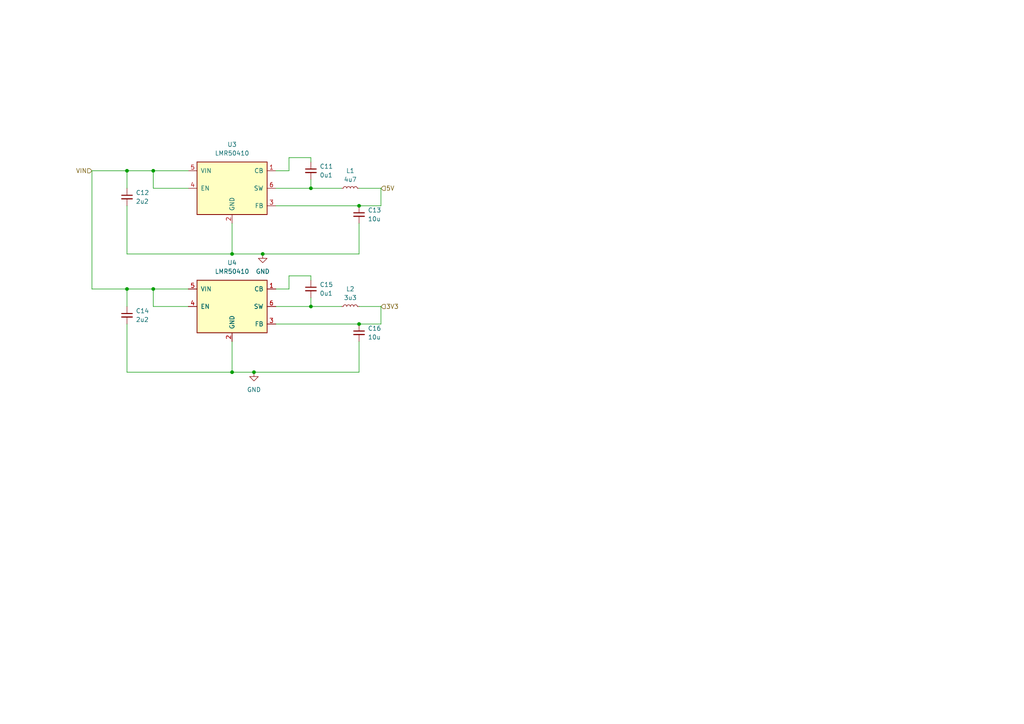
<source format=kicad_sch>
(kicad_sch (version 20250114) (generator "eeschema") (generator_version "9.0")
  (paper "A4")
  (lib_symbols
    (symbol "Device:C_Small" (pin_numbers (hide yes)) (pin_names (offset 0.254) (hide yes))
      (property "Reference" "C" (at 0.254 1.778 0))
      (property "Value" "C_Small" (at 0.254 -2.032 0))
      (symbol "C_Small_0_1"
        (polyline (pts (xy -1.524 0.508) (xy 1.524 0.508)) (stroke (width 0.3048)))
        (polyline (pts (xy -1.524 -0.508) (xy 1.524 -0.508)) (stroke (width 0.3302)))
      )
      (symbol "C_Small_1_1"
        (pin passive line (at 0 2.54 270) (length 2.032) (name "~") (number "1"))
        (pin passive line (at 0 -2.54 90) (length 2.032) (name "~") (number "2"))
      )
    )
    (symbol "Device:L_Small" (pin_numbers (hide yes)) (pin_names (offset 0.254) (hide yes))
      (property "Reference" "L" (at 0.762 1.016 0))
      (property "Value" "L_Small" (at 0.762 -1.016 0))
      (symbol "L_Small_0_1"
        (arc (start 0 2.032) (mid 0.5058 1.524) (end 0 1.016))
        (arc (start 0 1.016) (mid 0.5058 0.508) (end 0 0))
        (arc (start 0 0) (mid 0.5058 -0.508) (end 0 -1.016))
        (arc (start 0 -1.016) (mid 0.5058 -1.524) (end 0 -2.032))
      )
      (symbol "L_Small_1_1"
        (pin passive line (at 0 2.54 270) (length 0.508) (name "~") (number "1"))
        (pin passive line (at 0 -2.54 90) (length 0.508) (name "~") (number "2"))
      )
    )
    (symbol "Regulator_Switching:LMR50410" (pin_names (offset 1.016))
      (property "Reference" "U" (at -10.16 11.43 0))
      (property "Value" "LMR50410" (at -10.16 8.89 0))
      (symbol "LMR50410_0_1"
        (rectangle (start -10.16 7.62) (end 10.16 -7.62) (stroke (width 0.254)) (fill (type background)))
      )
      (symbol "LMR50410_1_1"
        (pin power_in line (at -12.7 5.08 0) (length 2.54) (name "VIN") (number "5"))
        (pin input line (at -12.7 0 0) (length 2.54) (name "EN") (number "4"))
        (pin power_in line (at 0 -10.16 90) (length 2.54) (name "GND") (number "2"))
        (pin input line (at 12.7 5.08 180) (length 2.54) (name "CB") (number "1"))
        (pin output line (at 12.7 0 180) (length 2.54) (name "SW") (number "6"))
        (pin input line (at 12.7 -5.08 180) (length 2.54) (name "FB") (number "3"))
      )
    )
    (symbol "power:GND" (power) (pin_numbers (hide yes)) (pin_names (offset 0) (hide yes))
      (property "Value" "GND" (at 0 -3.81 0))
      (symbol "GND_0_1"
        (polyline (pts (xy 0 0) (xy 0 -1.27) (xy 1.27 -1.27) (xy 0 -2.54) (xy -1.27 -1.27) (xy 0 -1.27)))
      )
      (symbol "GND_1_1"
        (pin power_in line (at 0 0 270) (length 0) (name "~") (number "1"))
      )
    )
  )
  (junction (at 90.17 88.9))
  (junction (at 90.17 54.61))
  (junction (at 36.83 49.53))
  (junction (at 44.45 49.53))
  (junction (at 104.14 59.69))
  (junction (at 67.31 73.66))
  (junction (at 104.14 93.98))
  (junction (at 67.31 107.95))
  (junction (at 44.45 83.82))
  (junction (at 76.2 73.66))
  (junction (at 36.83 83.82))
  (junction (at 73.66 107.95))
  (wire (pts (xy 90.17 45.72) (xy 90.17 46.99)))
  (wire (pts (xy 26.67 49.53) (xy 26.67 83.82)))
  (wire (pts (xy 36.83 59.69) (xy 36.83 73.66)))
  (wire (pts (xy 80.01 88.9) (xy 90.17 88.9)))
  (wire (pts (xy 26.67 49.53) (xy 36.83 49.53)))
  (wire (pts (xy 90.17 86.36) (xy 90.17 88.9)))
  (wire (pts (xy 44.45 83.82) (xy 54.61 83.82)))
  (wire (pts (xy 44.45 49.53) (xy 54.61 49.53)))
  (wire (pts (xy 83.82 80.01) (xy 90.17 80.01)))
  (wire (pts (xy 110.49 54.61) (xy 110.49 59.69)))
  (wire (pts (xy 67.31 107.95) (xy 67.31 99.06)))
  (wire (pts (xy 80.01 59.69) (xy 104.14 59.69)))
  (wire (pts (xy 36.83 49.53) (xy 44.45 49.53)))
  (wire (pts (xy 104.14 88.9) (xy 110.49 88.9)))
  (wire (pts (xy 80.01 49.53) (xy 83.82 49.53)))
  (wire (pts (xy 104.14 59.69) (xy 110.49 59.69)))
  (wire (pts (xy 36.83 93.98) (xy 36.83 107.95)))
  (wire (pts (xy 80.01 93.98) (xy 104.14 93.98)))
  (wire (pts (xy 36.83 88.9) (xy 36.83 83.82)))
  (wire (pts (xy 54.61 54.61) (xy 44.45 54.61)))
  (wire (pts (xy 80.01 54.61) (xy 90.17 54.61)))
  (wire (pts (xy 83.82 83.82) (xy 83.82 80.01)))
  (wire (pts (xy 104.14 99.06) (xy 104.14 107.95)))
  (wire (pts (xy 90.17 54.61) (xy 99.06 54.61)))
  (wire (pts (xy 54.61 88.9) (xy 44.45 88.9)))
  (wire (pts (xy 76.2 73.66) (xy 104.14 73.66)))
  (wire (pts (xy 110.49 88.9) (xy 110.49 93.98)))
  (wire (pts (xy 67.31 73.66) (xy 76.2 73.66)))
  (wire (pts (xy 80.01 83.82) (xy 83.82 83.82)))
  (wire (pts (xy 36.83 54.61) (xy 36.83 49.53)))
  (wire (pts (xy 44.45 88.9) (xy 44.45 83.82)))
  (wire (pts (xy 83.82 49.53) (xy 83.82 45.72)))
  (wire (pts (xy 36.83 73.66) (xy 67.31 73.66)))
  (wire (pts (xy 44.45 54.61) (xy 44.45 49.53)))
  (wire (pts (xy 36.83 83.82) (xy 44.45 83.82)))
  (wire (pts (xy 104.14 64.77) (xy 104.14 73.66)))
  (wire (pts (xy 90.17 52.07) (xy 90.17 54.61)))
  (wire (pts (xy 90.17 80.01) (xy 90.17 81.28)))
  (wire (pts (xy 73.66 107.95) (xy 104.14 107.95)))
  (wire (pts (xy 90.17 88.9) (xy 99.06 88.9)))
  (wire (pts (xy 104.14 54.61) (xy 110.49 54.61)))
  (wire (pts (xy 26.67 83.82) (xy 36.83 83.82)))
  (wire (pts (xy 36.83 107.95) (xy 67.31 107.95)))
  (wire (pts (xy 83.82 45.72) (xy 90.17 45.72)))
  (wire (pts (xy 67.31 107.95) (xy 73.66 107.95)))
  (wire (pts (xy 104.14 93.98) (xy 110.49 93.98)))
  (wire (pts (xy 67.31 73.66) (xy 67.31 64.77)))
  (hierarchical_label "VIN" (shape input) (at 26.67 49.53 180))
  (hierarchical_label "3V3" (shape input) (at 110.49 88.9 0))
  (hierarchical_label "5V" (shape input) (at 110.49 54.61 0))
  (symbol (lib_id "Regulator_Switching:LMR50410") (at 67.31 54.61 0) (unit 1)
    (property "Reference" "U3" (at 67.31 41.91 0))
    (property "Value" "LMR50410" (at 67.31 44.45 0))
    (property "Footprint" "Package_TO_SOT_SMD:SOT-23-6" (effects (hide yes)))
    (property "Datasheet" "http://www.ti.com/lit/ds/symlink/lmr50410.pdf" (effects (hide yes)))
    (property "Description" "Simple Switcher Buck Regulator, Vin=4-36V, Iout=1A, Adjustable output voltage, SOT-23-6 package" (effects (hide yes)))
  )
  (symbol (lib_id "power:GND") (at 73.66 107.95 0) (unit 1)
    (property "Reference" "#PWR010" (effects (hide yes)))
    (property "Value" "GND" (at 73.66 113.03 0))
    (property "Description" "Power symbol creates a global label with name \"GND\" , ground" (effects (hide yes)))
  )
  (symbol (lib_id "Device:C_Small") (at 90.17 83.82 0) (unit 1)
    (property "Reference" "C15" (at 92.71 82.5562 0) (effects (justify left)))
    (property "Value" "0u1" (at 92.71 85.0962 0) (effects (justify left)))
    (property "Footprint" "Capacitor_SMD:C_0603_1608Metric_Pad1.08x0.95mm_HandSolder" (effects (hide yes)))
    (property "Description" "Unpolarized capacitor, small symbol" (effects (hide yes)))
  )
  (symbol (lib_id "power:GND") (at 76.2 73.66 0) (unit 1)
    (property "Reference" "#PWR09" (effects (hide yes)))
    (property "Value" "GND" (at 76.2 78.74 0))
    (property "Description" "Power symbol creates a global label with name \"GND\" , ground" (effects (hide yes)))
  )
  (symbol (lib_id "Device:C_Small") (at 36.83 91.44 0) (unit 1)
    (property "Reference" "C14" (at 39.37 90.1762 0) (effects (justify left)))
    (property "Value" "2u2" (at 39.37 92.7162 0) (effects (justify left)))
    (property "Footprint" "Capacitor_SMD:C_0603_1608Metric_Pad1.08x0.95mm_HandSolder" (effects (hide yes)))
    (property "Description" "Unpolarized capacitor, small symbol" (effects (hide yes)))
  )
  (symbol (lib_id "Device:L_Small") (at 101.6 54.61 90) (unit 1)
    (property "Reference" "L1" (at 101.6 49.53 90))
    (property "Value" "4u7" (at 101.6 52.07 90))
    (property "Footprint" "Inductor_SMD:L_0603_1608Metric_Pad1.05x0.95mm_HandSolder" (effects (hide yes)))
    (property "Description" "Inductor, small symbol" (effects (hide yes)))
  )
  (symbol (lib_id "Device:C_Small") (at 90.17 49.53 0) (unit 1)
    (property "Reference" "C11" (at 92.71 48.2662 0) (effects (justify left)))
    (property "Value" "0u1" (at 92.71 50.8062 0) (effects (justify left)))
    (property "Footprint" "Capacitor_SMD:C_0603_1608Metric_Pad1.08x0.95mm_HandSolder" (effects (hide yes)))
    (property "Description" "Unpolarized capacitor, small symbol" (effects (hide yes)))
  )
  (symbol (lib_id "Device:C_Small") (at 104.14 62.23 0) (unit 1)
    (property "Reference" "C13" (at 106.68 60.9662 0) (effects (justify left)))
    (property "Value" "10u" (at 106.68 63.5062 0) (effects (justify left)))
    (property "Footprint" "Capacitor_SMD:C_0603_1608Metric_Pad1.08x0.95mm_HandSolder" (effects (hide yes)))
    (property "Description" "Unpolarized capacitor, small symbol" (effects (hide yes)))
  )
  (symbol (lib_id "Device:C_Small") (at 36.83 57.15 0) (unit 1)
    (property "Reference" "C12" (at 39.37 55.8862 0) (effects (justify left)))
    (property "Value" "2u2" (at 39.37 58.4262 0) (effects (justify left)))
    (property "Footprint" "Capacitor_SMD:C_0603_1608Metric_Pad1.08x0.95mm_HandSolder" (effects (hide yes)))
    (property "Description" "Unpolarized capacitor, small symbol" (effects (hide yes)))
  )
  (symbol (lib_id "Device:C_Small") (at 104.14 96.52 0) (unit 1)
    (property "Reference" "C16" (at 106.68 95.2562 0) (effects (justify left)))
    (property "Value" "10u" (at 106.68 97.7962 0) (effects (justify left)))
    (property "Footprint" "Capacitor_SMD:C_0603_1608Metric_Pad1.08x0.95mm_HandSolder" (effects (hide yes)))
    (property "Description" "Unpolarized capacitor, small symbol" (effects (hide yes)))
  )
  (symbol (lib_id "Device:L_Small") (at 101.6 88.9 90) (unit 1)
    (property "Reference" "L2" (at 101.6 83.82 90))
    (property "Value" "3u3" (at 101.6 86.36 90))
    (property "Footprint" "Inductor_SMD:L_0603_1608Metric_Pad1.05x0.95mm_HandSolder" (effects (hide yes)))
    (property "Description" "Inductor, small symbol" (effects (hide yes)))
  )
  (symbol (lib_id "Regulator_Switching:LMR50410") (at 67.31 88.9 0) (unit 1)
    (property "Reference" "U4" (at 67.31 76.2 0))
    (property "Value" "LMR50410" (at 67.31 78.74 0))
    (property "Footprint" "Package_TO_SOT_SMD:SOT-23-6" (effects (hide yes)))
    (property "Datasheet" "http://www.ti.com/lit/ds/symlink/lmr50410.pdf" (effects (hide yes)))
    (property "Description" "Simple Switcher Buck Regulator, Vin=4-36V, Iout=1A, Adjustable output voltage, SOT-23-6 package" (effects (hide yes)))
  )
)
</source>
